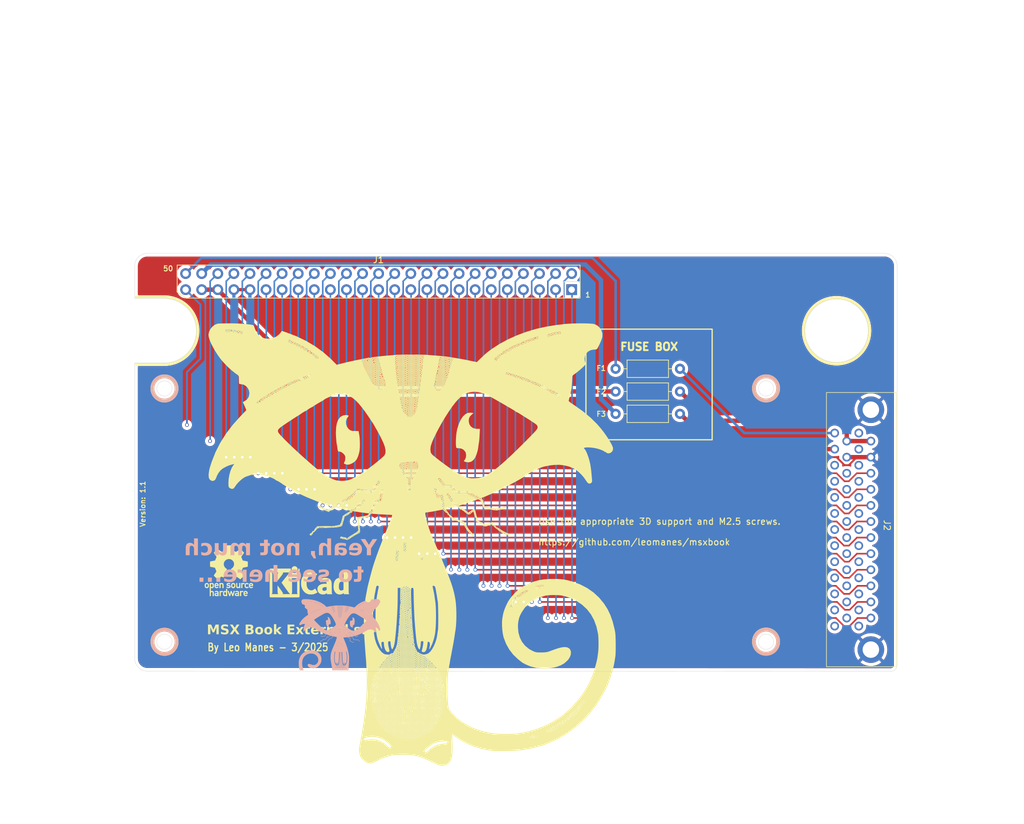
<source format=kicad_pcb>
(kicad_pcb (version 20240108) (generator "pcbnew") (generator_version "8.0")
  (layers (0 "F.Cu" signal "Top Layer") (1 "In1.Cu" signal) (2 "In2.Cu" signal) (31 "B.Cu" signal "Bottom Layer") (34 "B.Paste" user "Bottom Paste") (35 "F.Paste" user "Top Paste") (36 "B.SilkS" user "Bottom Overlay") (37 "F.SilkS" user "Top Overlay") (38 "B.Mask" user "Bottom Solder") (39 "F.Mask" user "Top Solder") (44 "Edge.Cuts" user))
  (net 0 "")
  (net 1 "GND")
  (net 2 "-12V")
  (net 3 "+12V")
  (net 4 "+5V")
  (net 5 "+5V_F")
  (net 6 "+12V_F")
  (net 7 "-12V_F")
  (net 8 "D0")
  (net 9 "SW2")
  (net 10 "A6")
  (net 11 "D4")
  (net 12 "D5")
  (net 13 "WAIT")
  (net 14 "~{RESET}")
  (net 15 "CLOCK")
  (net 16 "D6")
  (net 17 "A2")
  (net 18 "A11")
  (net 19 "RFSH")
  (net 20 "~{RD}")
  (net 21 "M1")
  (net 22 "A12")
  (net 23 "D3")
  (net 24 "A0")
  (net 25 "MERQ")
  (net 26 "SOUNDIN")
  (net 27 "A8")
  (net 28 "A1")
  (net 29 "A4")
  (net 30 "A13")
  (net 31 "A14")
  (net 32 "A7")
  (net 33 "BUSDIR")
  (net 34 "SW1")
  (net 35 "D2")
  (net 36 "D1")
  (net 37 "A3")
  (net 38 "CS12")
  (net 39 "A15")
  (net 40 "~{CS1}")
  (net 41 "IOR1")
  (net 42 "INT")
  (net 43 "A10")
  (net 44 "D7")
  (net 45 "SLTSL")
  (net 46 "WR")
  (net 47 "CS2")
  (net 48 "A5")
  (net 49 "A9")
  (net 50 "N.C_1")
  (net 51 "N.C_2")
  (footprint "Resistor_THT:R_Axial_DIN0207_L6.3mm_D2.5mm_P10.16mm_Horizontal" (layer "F.Cu") (at 174.4087 89.8228 180)
    (property "Reference" "F2" (at 12.44 -0.03 0) (layer "F.SilkS") (effects (font (size 0.8 0.8))))
    (property "Value" "Fuse")
    (pad "1" thru_hole circle (at 0 0 180) (size 1.6 1.6) (drill 0.8) (layers "*.Cu" "*.Mask") (net 5 "+5V_F"))
    (pad "2" thru_hole oval (at 10.16 0 180) (size 1.6 1.6) (drill 0.8) (layers "*.Cu" "*.Mask") (net 4 "+5V"))
  )
  (footprint "Symbol:OSHW-Logo_7.5x8mm_SilkScreen" (layer "F.Cu") (at 103.1787 118.1128)
    (property "Reference" "REF**" (hide yes))
    (property "Value" "OSHW-Logo_7.5x8mm_SilkScreen" (hide yes))
  )
  (footprint "Resistor_THT:R_Axial_DIN0207_L6.3mm_D2.5mm_P10.16mm_Horizontal" (layer "F.Cu") (at 164.2487 86.2228)
    (property "Reference" "F1" (at -2.28 -0.08 0) (layer "F.SilkS") (effects (font (size 0.8 0.8))))
    (property "Value" "Fuse")
    (pad "1" thru_hole circle (at 0 0) (size 1.6 1.6) (drill 0.8) (layers "*.Cu" "*.Mask") (net 2 "-12V"))
    (pad "2" thru_hole oval (at 10.16 0) (size 1.6 1.6) (drill 0.8) (layers "*.Cu" "*.Mask") (net 7 "-12V_F"))
  )
  (footprint "Symbol:KiCad-Logo_5mm_SilkScreen" (layer "F.Cu") (at 115.8987 120.3828)
    (property "Reference" "REF**" (hide yes))
    (property "Value" "KiCad-Logo_5mm_SilkScreen" (hide yes))
  )
  (footprint "Documents:cat" (layer "F.Cu") (at 131.3687 111.2528)
    (property "Reference" "G***" (hide yes))
    (property "Value" "LOGO" (hide yes))
  )
  (footprint "ScSI:SCSI_50_F" (layer "F.Cu") (at 198.8387 126.8728 -90)
    (property "Reference" "J2" (at -15.93 -8.27 -90) (layer "F.SilkS"))
    (property "Value" "SCSI 50 pin")
    (pad "1" thru_hole circle (at -1.29 -5.715 90) (size 1.3716 1.3716) (drill 0.8636) (layers "*.Cu" "*.Mask") (net 40 "~{CS1}"))
    (pad "2" thru_hole circle (at -0.02 -3.81 90) (size 1.3716 1.3716) (drill 0.8636) (layers "*.Cu" "*.Mask") (net 47 "CS2"))
    (pad "3" thru_hole circle (at -1.29 -1.905 90) (size 1.3716 1.3716) (drill 0.8636) (layers "*.Cu" "*.Mask") (net 38 "CS12"))
    (pad "4" thru_hole circle (at -0.02 0 90) (size 1.3716 1.3716) (drill 0.8636) (layers "*.Cu" "*.Mask") (net 45 "SLTSL"))
    (pad "5" thru_hole circle (at -3.83 -5.715 90) (size 1.3716 1.3716) (drill 0.8636) (layers "*.Cu" "*.Mask") (net 50 "N.C_1"))
    (pad "6" thru_hole circle (at -2.56 -3.81 90) (size 1.3716 1.3716) (drill 0.8636) (layers "*.Cu" "*.Mask") (net 19 "RFSH"))
    (pad "7" thru_hole circle (at -3.83 -1.905 90) (size 1.3716 1.3716) (drill 0.8636) (layers "*.Cu" "*.Mask") (net 13 "WAIT"))
    (pad "8" thru_hole circle (at -2.56 0 90) (size 1.3716 1.3716) (drill 0.8636) (layers "*.Cu" "*.Mask") (net 42 "INT"))
    (pad "9" thru_hole circle (at -6.37 -5.715 90) (size 1.3716 1.3716) (drill 0.8636) (layers "*.Cu" "*.Mask") (net 21 "M1"))
    (pad "10" thru_hole circle (at -5.1 -3.81 90) (size 1.3716 1.3716) (drill 0.8636) (layers "*.Cu" "*.Mask") (net 33 "BUSDIR"))
    (pad "11" thru_hole circle (at -6.37 -1.905 90) (size 1.3716 1.3716) (drill 0.8636) (layers "*.Cu" "*.Mask") (net 41 "IOR1"))
    (pad "12" thru_hole circle (at -5.1 0 90) (size 1.3716 1.3716) (drill 0.8636) (layers "*.Cu" "*.Mask") (net 25 "MERQ"))
    (pad "13" thru_hole circle (at -8.91 -5.715 90) (size 1.3716 1.3716) (drill 0.8636) (layers "*.Cu" "*.Mask") (net 46 "WR"))
    (pad "14" thru_hole circle (at -7.64 -3.81 90) (size 1.3716 1.3716) (drill 0.8636) (layers "*.Cu" "*.Mask") (net 20 "~{RD}"))
    (pad "15" thru_hole circle (at -8.91 -1.905 90) (size 1.3716 1.3716) (drill 0.8636) (layers "*.Cu" "*.Mask") (net 14 "~{RESET}"))
    (pad "16" thru_hole circle (at -7.64 0 90) (size 1.3716 1.3716) (drill 0.8636) (layers "*.Cu" "*.Mask") (net 51 "N.C_2"))
    (pad "17" thru_hole circle (at -11.45 -5.715 90) (size 1.3716 1.3716) (drill 0.8636) (layers "*.Cu" "*.Mask") (net 49 "A9"))
    (pad "18" thru_hole circle (at -10.18 -3.81 90) (size 1.3716 1.3716) (drill 0.8636) (layers "*.Cu" "*.Mask") (net 39 "A15"))
    (pad "19" thru_hole circle (at -11.45 -1.905 90) (size 1.3716 1.3716) (drill 0.8636) (layers "*.Cu" "*.Mask") (net 18 "A11"))
    (pad "20" thru_hole circle (at -10.18 0 90) (size 1.3716 1.3716) (drill 0.8636) (layers "*.Cu" "*.Mask") (net 43 "A10"))
    (pad "21" thru_hole circle (at -13.99 -5.715 90) (size 1.3716 1.3716) (drill 0.8636) (layers "*.Cu" "*.Mask") (net 32 "A7"))
    (pad "22" thru_hole circle (at -12.72 -3.81 90) (size 1.3716 1.3716) (drill 0.8636) (layers "*.Cu" "*.Mask") (net 10 "A6"))
    (pad "23" thru_hole circle (at -13.99 -1.905 90) (size 1.3716 1.3716) (drill 0.8636) (layers "*.Cu" "*.Mask") (net 22 "A12"))
    (pad "24" thru_hole circle (at -12.72 0 90) (size 1.3716 1.3716) (drill 0.8636) (layers "*.Cu" "*.Mask") (net 27 "A8"))
    (pad "25" thru_hole circle (at -16.53 -5.715 90) (size 1.3716 1.3716) (drill 0.8636) (layers "*.Cu" "*.Mask") (net 31 "A14"))
    (pad "26" thru_hole circle (at -15.26 -3.81 90) (size 1.3716 1.3716) (drill 0.8636) (layers "*.Cu" "*.Mask") (net 30 "A13"))
    (pad "27" thru_hole circle (at -16.53 -1.905 90) (size 1.3716 1.3716) (drill 0.8636) (layers "*.Cu" "*.Mask") (net 28 "A1"))
    (pad "28" thru_hole circle (at -15.26 0 90) (size 1.3716 1.3716) (drill 0.8636) (layers "*.Cu" "*.Mask") (net 24 "A0"))
    (pad "29" thru_hole circle (at -19.07 -5.715 90) (size 1.3716 1.3716) (drill 0.8636) (layers "*.Cu" "*.Mask") (net 37 "A3"))
    (pad "30" thru_hole circle (at -17.8 -3.81 90) (size 1.3716 1.3716) (drill 0.8636) (layers "*.Cu" "*.Mask") (net 17 "A2"))
    (pad "31" thru_hole circle (at -19.07 -1.905 90) (size 1.3716 1.3716) (drill 0.8636) (layers "*.Cu" "*.Mask") (net 48 "A5"))
    (pad "32" thru_hole circle (at -17.8 0 90) (size 1.3716 1.3716) (drill 0.8636) (layers "*.Cu" "*.Mask") (net 29 "A4"))
    (pad "33" thru_hole circle (at -21.61 -5.715 90) (size 1.3716 1.3716) (drill 0.8636) (layers "*.Cu" "*.Mask") (net 36 "D1"))
    (pad "34" thru_hole circle (at -20.34 -3.81 90) (size 1.3716 1.3716) (drill 0.8636) (layers "*.Cu" "*.Mask") (net 8 "D0"))
    (pad "35" thru_hole circle (at -21.61 -1.905 90) (size 1.3716 1.3716) (drill 0.8636) (layers "*.Cu" "*.Mask") (net 23 "D3"))
    (pad "36" thru_hole circle (at -20.34 0 90) (size 1.3716 1.3716) (drill 0.8636) (layers "*.Cu" "*.Mask") (net 35 "D2"))
    (pad "37" thru_hole circle (at -24.15 -5.715 90) (size 1.3716 1.3716) (drill 0.8636) (layers "*.Cu" "*.Mask") (net 12 "D5"))
    (pad "38" thru_hole circle (at -22.88 -3.81 90) (size 1.3716 1.3716) (drill 0.8636) (layers "*.Cu" "*.Mask") (net 11 "D4"))
    (pad "39" thru_hole circle (at -24.15 -1.905 90) (size 1.3716 1.3716) (drill 0.8636) (layers "*.Cu" "*.Mask") (net 44 "D7"))
    (pad "40" thru_hole circle (at -22.88 0 90) (size 1.3716 1.3716) (drill 0.8636) (layers "*.Cu" "*.Mask") (net 16 "D6"))
    (pad "41" thru_hole circle (at -26.69 -5.715 90) (size 1.3716 1.3716) (drill 0.8636) (layers "*.Cu" "*.Mask") (net 1 "GND"))
    (pad "42" thru_hole circle (at -25.42 -3.81 90) (size 1.3716 1.3716) (drill 0.8636) (layers "*.Cu" "*.Mask") (net 15 "CLOCK"))
    (pad "43" thru_hole circle (at -26.69 -1.905 90) (size 1.3716 1.3716) (drill 0.8636) (layers "*.Cu" "*.Mask") (net 1 "GND"))
    (pad "44" thru_hole circle (at -25.42 0 90) (size 1.3716 1.3716) (drill 0.8636) (layers "*.Cu" "*.Mask") (net 34 "SW1"))
    (pad "45" thru_hole circle (at -29.23 -5.715 90) (size 1.3716 1.3716) (drill 0.8636) (layers "*.Cu" "*.Mask") (net 5 "+5V_F"))
    (pad "46" thru_hole circle (at -27.96 -3.81 90) (size 1.3716 1.3716) (drill 0.8636) (layers "*.Cu" "*.Mask") (net 9 "SW2"))
    (pad "47" thru_hole circle (at -29.23 -1.905 90) (size 1.3716 1.3716) (drill 0.8636) (layers "*.Cu" "*.Mask") (net 5 "+5V_F"))
    (pad "48" thru_hole circle (at -27.96 0 90) (size 1.3716 1.3716) (drill 0.8636) (layers "*.Cu" "*.Mask") (net 6 "+12V_F"))
    (pad "49" thru_hole circle (at -30.5 -3.81 90) (size 1.3716 1.3716) (drill 0.8636) (layers "*.Cu" "*.Mask") (net 26 "SOUNDIN"))
    (pad "50" thru_hole circle (at -30.5 0 90) (size 1.3716 1.3716) (drill 0.8636) (layers "*.Cu" "*.Mask") (net 7 "-12V_F"))
    (pad "51" thru_hole circle (at 3.7 -5.715 90) (size 4.2 4.2) (drill 2.6) (layers "*.Cu" "*.Mask") (net 1 "GND"))
    (pad "52" thru_hole circle (at -34.18 -5.715 90) (size 4.2 4.2) (drill 2.6) (layers "*.Cu" "*.Mask") (net 1 "GND"))
  )
  (footprint "Documents:PinHeader_2x25_P2.54mm_Vertical_trimmed_2" (layer "F.Cu") (at 157.3087 71.1928 -90)
    (property "Reference" "J1" (hide yes))
    (property "Value" "2x25 pin header" (hide yes))
    (fp_text user "${REFERENCE}" (at -2.17 30.51 0) (layer "F.SilkS"))
    (pad "1" thru_hole rect (at 2.54 0 270) (size 1.7 1.7) (drill 1) (layers "*.Cu" "*.Mask") (net 40 "~{CS1}"))
    (pad "2" thru_hole oval (at 0 0 270) (size 1.7 1.7) (drill 1) (layers "*.Cu" "*.Mask") (net 47 "CS2"))
    (pad "3" thru_hole oval (at 2.54 2.54 270) (size 1.7 1.7) (drill 1) (layers "*.Cu" "*.Mask") (net 38 "CS12"))
    (pad "4" thru_hole oval (at 0 2.54 270) (size 1.7 1.7) (drill 1) (layers "*.Cu" "*.Mask") (net 45 "SLTSL"))
    (pad "5" thru_hole oval (at 2.54 5.08 270) (size 1.7 1.7) (drill 1) (layers "*.Cu" "*.Mask") (net 50 "N.C_1"))
    (pad "6" thru_hole oval (at 0 5.08 270) (size 1.7 1.7) (drill 1) (layers "*.Cu" "*.Mask") (net 19 "RFSH"))
    (pad "7" thru_hole oval (at 2.54 7.62 270) (size 1.7 1.7) (drill 1) (layers "*.Cu" "*.Mask") (net 13 "WAIT"))
    (pad "8" thru_hole oval (at 0 7.62 270) (size 1.7 1.7) (drill 1) (layers "*.Cu" "*.Mask") (net 42 "INT"))
    (pad "9" thru_hole oval (at 2.54 10.16 270) (size 1.7 1.7) (drill 1) (layers "*.Cu" "*.Mask") (net 21 "M1"))
    (pad "10" thru_hole oval (at 0 10.16 270) (size 1.7 1.7) (drill 1) (layers "*.Cu" "*.Mask") (net 33 "BUSDIR"))
    (pad "11" thru_hole oval (at 2.54 12.7 270) (size 1.7 1.7) (drill 1) (layers "*.Cu" "*.Mask") (net 41 "IOR1"))
    (pad "12" thru_hole oval (at 0 12.7 270) (size 1.7 1.7) (drill 1) (layers "*.Cu" "*.Mask") (net 25 "MERQ"))
    (pad "13" thru_hole oval (at 2.54 15.24 270) (size 1.7 1.7) (drill 1) (layers "*.Cu" "*.Mask") (net 46 "WR"))
    (pad "14" thru_hole oval (at 0 15.24 270) (size 1.7 1.7) (drill 1) (layers "*.Cu" "*.Mask") (net 20 "~{RD}"))
    (pad "15" thru_hole oval (at 2.54 17.78 270) (size 1.7 1.7) (drill 1) (layers "*.Cu" "*.Mask") (net 14 "~{RESET}"))
    (pad "16" thru_hole oval (at 0 17.78 270) (size 1.7 1.7) (drill 1) (layers "*.Cu" "*.Mask") (net 51 "N.C_2"))
    (pad "17" thru_hole oval (at 2.54 20.32 270) (size 1.7 1.7) (drill 1) (layers "*.Cu" "*.Mask") (net 49 "A9"))
    (pad "18" thru_hole oval (at 0 20.32 270) (size 1.7 1.7) (drill 1) (layers "*.Cu" "*.Mask") (net 39 "A15"))
    (pad "19" thru_hole oval (at 2.54 22.86 270) (size 1.7 1.7) (drill 1) (layers "*.Cu" "*.Mask") (net 18 "A11"))
    (pad "20" thru_hole oval (at 0 22.86 270) (size 1.7 1.7) (drill 1) (layers "*.Cu" "*.Mask") (net 43 "A10"))
    (pad "21" thru_hole oval (at 2.54 25.4 270) (size 1.7 1.7) (drill 1) (layers "*.Cu" "*.Mask") (net 32 "A7"))
    (pad "22" thru_hole oval (at 0 25.4 270) (size 1.7 1.7) (drill 1) (layers "*.Cu" "*.Mask") (net 10 "A6"))
    (pad "23" thru_hole oval (at 2.54 27.94 270) (size 1.7 1.7) (drill 1) (layers "*.Cu" "*.Mask") (net 22 "A12"))
    (pad "24" thru_hole oval (at 0 27.94 270) (size 1.7 1.7) (drill 1) (layers "*.Cu" "*.Mask") (net 27 "A8"))
    (pad "25" thru_hole oval (at 2.54 30.48 270) (size 1.7 1.7) (drill 1) (layers "*.Cu" "*.Mask") (net 31 "A14"))
    (pad "26" thru_hole oval (at 0 30.48 270) (size 1.7 1.7) (drill 1) (layers "*.Cu" "*.Mask") (net 30 "A13"))
    (pad "27" thru_hole oval (at 2.54 33.02 270) (size 1.7 1.7) (drill 1) (layers "*.Cu" "*.Mask") (net 28 "A1"))
    (pad "28" thru_hole oval (at 0 33.02 270) (size 1.7 1.7) (drill 1) (layers "*.Cu" "*.Mask") (net 24 "A0"))
    (pad "29" thru_hole oval (at 2.54 35.56 270) (size 1.7 1.7) (drill 1) (layers "*.Cu" "*.Mask") (net 37 "A3"))
    (pad "30" thru_hole oval (at 0 35.56 270) (size 1.7 1.7) (drill 1) (layers "*.Cu" "*.Mask") (net 17 "A2"))
    (pad "31" thru_hole oval (at 2.54 38.1 270) (size 1.7 1.7) (drill 1) (layers "*.Cu" "*.Mask") (net 48 "A5"))
    (pad "32" thru_hole oval (at 0 38.1 270) (size 1.7 1.7) (drill 1) (layers "*.Cu" "*.Mask") (net 29 "A4"))
    (pad "33" thru_hole oval (at 2.54 40.64 270) (size 1.7 1.7) (drill 1) (layers "*.Cu" "*.Mask") (net 36 "D1"))
    (pad "34" thru_hole oval (at 0 40.64 270) (size 1.7 1.7) (drill 1) (layers "*.Cu" "*.Mask") (net 8 "D0"))
    (pad "35" thru_hole oval (at 2.54 43.18 270) (size 1.7 1.7) (drill 1) (layers "*.Cu" "*.Mask") (net 23 "D3"))
    (pad "36" thru_hole oval (at 0 43.18 270) (size 1.7 1.7) (drill 1) (layers "*.Cu" "*.Mask") (net 35 "D2"))
    (pad "37" thru_hole oval (at 2.54 45.72 270) (size 1.7 1.7) (drill 1) (layers "*.Cu" "*.Mask") (net 12 "D5"))
    (pad "38" thru_hole oval (at 0 45.72 270) (size 1.7 1.7) (drill 1) (layers "*.Cu" "*.Mask") (net 11 "D4"))
    (pad "39" thru_hole oval (at 2.54 48.26 270) (size 1.7 1.7) (drill 1) (layers "*.Cu" "*.Mask") (net 44 "D7"))
    (pad "40" thru_hole oval (at 0 48.26 270) (size 1.7 1.7) (drill 1) (layers "*.Cu" "*.Mask") (net 16 "D6"))
    (pad "41" thru_hole oval (at 2.54 50.8 270) (size 1.7 1.7) (drill 1) (layers "*.Cu" "*.Mask") (net 1 "GND"))
    (pad "42" thru_hole oval (at 0 50.8 270) (size 1.7 1.7) (drill 1) (layers "*.Cu" "*.Mask") (net 15 "CLOCK"))
    (pad "43" thru_hole oval (at 2.54 53.34 270) (size 1.7 1.7) (drill 1) (layers "*.Cu" "*.Mask") (net 1 "GND"))
    (pad "44" thru_hole oval (at 0 53.34 270) (size 1.7 1.7) (drill 1) (layers "*.Cu" "*.Mask") (net 34 "SW1"))
    (pad "45" thru_hole oval (at 2.54 55.88 270) (size 1.7 1.7) (drill 1) (layers "*.Cu" "*.Mask") (net 4 "+5V"))
    (pad "46" thru_hole oval (at 0 55.88 270) (size 1.7 1.7) (drill 1) (layers "*.Cu" "*.Mask") (net 9 "SW2"))
    (pad "47" thru_hole oval (at 2.54 58.42 270) (size 1.7 1.7) (drill 1) (layers "*.Cu" "*.Mask") (net 4 "+5V"))
    (pad "48" thru_hole oval (at 0 58.42 270) (size 1.7 1.7) (drill 1) (layers "*.Cu" "*.Mask") (net 3 "+12V"))
    (pad "49" thru_hole oval (at 2.54 60.96 270) (size 1.7 1.7) (drill 1) (layers "*.Cu" "*.Mask") (net 26 "SOUNDIN"))
    (pad "50" thru_hole oval (at 0 60.96 270) (size 1.7 1.7) (drill 1) (layers "*.Cu" "*.Mask") (net 2 "-12V"))
  )
  (footprint "Resistor_THT:R_Axial_DIN0207_L6.3mm_D2.5mm_P10.16mm_Horizontal" (layer "F.Cu") (at 174.4087 93.3428 180)
    (property "Reference" "F3" (at 12.44 -0.03 0) (layer "F.SilkS") (effects (font (size 0.8 0.8))))
    (property "Value" "Fuse")
    (pad "1" thru_hole circle (at 0 0 180) (size 1.6 1.6) (drill 0.8) (layers "*.Cu" "*.Mask") (net 6 "+12V_F"))
    (pad "2" thru_hole oval (at 10.16 0 180) (size 1.6 1.6) (drill 0.8) (layers "*.Cu" "*.Mask") (net 3 "+12V"))
  )
  (footprint "Documents:cat_cut15" (layer "B.Cu") (at 120.787167 127.404069 180)
    (property "Reference" "G***" (hide yes))
    (property "Value" "LOGO" (hide yes))
  )
  (gr_circle (center 93.0187 129.3328) (end 91.109966 129.3328) (stroke (width 0.6)) (fill none) (layer "B.SilkS"))
  (gr_circle (center 188.0011 129.3328) (end 186.092366 129.3328) (stroke (width 0.6)) (fill none) (layer "B.SilkS"))
  (gr_circle (center 93.0087 89.3328) (end 91.099966 89.3328) (stroke (width 0.6)) (fill none) (layer "B.SilkS"))
  (gr_circle (center 188.0011 89.324066) (end 186.092366 89.324066) (stroke (width 0.6)) (fill none) (layer "B.SilkS"))
  (gr_circle (center 188.0011 129.304066) (end 189.909834 129.304066) (stroke (width 0.6)) (fill none) (layer "F.SilkS"))
  (gr_circle (center 188.0011 89.324066) (end 189.909834 89.324066) (stroke (width 0.6)) (fill none) (layer "F.SilkS"))
  (gr_arc (start 92.928398 74.882801) (mid 98.269022 80.182602) (end 92.988791 85.542576) (stroke (width 0.4)) (layer "F.SilkS"))
  (gr_line (start 92.928398 74.882801) (end 88.5387 74.8828) (stroke (width 0.4)) (layer "F.SilkS"))
  (gr_line (start 92.9887 85.5328) (end 88.5287 85.5328) (stroke (width 0.4)) (layer "F.SilkS"))
  (gr_circle (center 93.0187 129.3328) (end 94.927434 129.3328) (stroke (width 0.6)) (fill none) (layer "F.SilkS"))
  (gr_rect (start 159.5637 79.9628) (end 179.4937 97.4328) (stroke (width 0.2)) (fill none) (layer "F.SilkS"))
  (gr_circle (center 199.1391 80.2128) (end 204.3687 80.2228) (stroke (width 0.4)) (fill none) (layer "F.SilkS"))
  (gr_circle (center 93.0087 89.3328) (end 94.917434 89.3328) (stroke (width 0.6)) (fill none) (layer "F.SilkS"))
  (gr_arc (start 88.3011 70.0036) (mid 88.886886 68.589386) (end 90.3011 68.0036) (stroke (width 0.05)) (layer "Edge.Cuts"))
  (gr_line (start 208.698738 133.003292) (end 208.7011 70.0036) (stroke (width 0.05)) (layer "Edge.Cuts"))
  (gr_line (start 92.9387 85.3028) (end 88.3087 85.3028) (stroke (width 0.05)) (layer "Edge.Cuts"))
  (gr_circle (center 93.0011 129.3328) (end 94.2011 129.3328) (stroke (width 0.05)) (fill none) (layer "Edge.Cuts"))
  (gr_arc (start 92.9387 75.1228) (mid 98.0291 80.2128) (end 92.9387 85.3028) (stroke (width 0.05)) (layer "Edge.Cuts"))
  (gr_circle (center 93.0087 89.3328) (end 94.2087 89.3328) (stroke (width 0.05)) (fill none) (layer "Edge.Cuts"))
  (gr_line (start 92.9387 75.1228) (end 88.2987 75.1228) (stroke (width 0.05)) (layer "Edge.Cuts"))
  (gr_circle (center 199.1391 80.2128) (end 204.1391 80.2128) (stroke (width 0.05)) (fill none) (layer "Edge.Cuts"))
  (gr_arc (start 208.698738 133.003292) (mid 208.40571 133.710497) (end 207.698393 134.003255) (stroke (width 0.05)) (layer "Edge.Cuts"))
  (gr_arc (start 206.7011 68.0036) (mid 208.115314 68.589386) (end 208.7011 70.0036) (stroke (width 0.05)) (layer "Edge.Cuts"))
  (gr_line (start 88.3187 131.9628) (end 88.3087 85.3028) (stroke (width 0.05)) (layer "Edge.Cuts"))
  (gr_line (start 88.2987 75.1228) (end 88.3011 70.0036) (stroke (width 0.05)) (layer "Edge.Cuts"))
  (gr_circle (center 188.0011 89.324066) (end 189.2011 89.324066) (stroke (width 0.05)) (fill none) (layer "Edge.Cuts"))
  (gr_line (start 90.3187 133.9628) (end 207.698393 134.003255) (stroke (width 0.05)) (layer "Edge.Cuts"))
  (gr_line (start 206.7011 68.0036) (end 90.3011 68.0036) (stroke (width 0.05)) (layer "Edge.Cuts"))
  (gr_arc (start 90.3187 133.9628) (mid 88.904486 133.377014) (end 88.3187 131.9628) (stroke (width 0.05)) (layer "Edge.Cuts"))
  (gr_circle (center 188.0011 129.324066) (end 189.2011 129.324066) (stroke (width 0.05)) (fill none) (layer "Edge.Cuts"))
  (gr_text "Yeah, not much\nto see here..." (at 111.3287 120.2928 0) (layer "B.SilkS") (effects (font (size 2.5 2.5) (thickness 0.3) (bold yes)) (justify bottom mirror)))
  (gr_text "Version: 1.1" (at 90.0487 111.2928 90) (layer "F.SilkS") (effects (font (size 0.8 0.8) (thickness 0.15) (bold yes)) (justify left bottom)))
  (gr_text "1" (at 159.3787 75.0228 0) (layer "F.SilkS") (effects (font (size 0.8 0.8)) (justify left bottom)))
  (gr_text "MSX Book External slot\n" (at 99.6887 128.4028 0) (layer "F.SilkS") (effects (font (size 1.5 1.5) (thickness 0.3) (bold yes)) (justify left bottom)))
  (gr_text "Use the appropriate 3D support and M2.5 screws.\n" (at 151.9587 110.9228 0) (layer "F.SilkS") (effects (font (size 1 1)) (justify left bottom)))
  (gr_text "50" (at 92.7287 70.8728 0) (layer "F.SilkS") (effects (font (size 0.8 0.8)) (justify left bottom)))
  (gr_text "By Leo Manes - 3/2025" (at 99.6887 130.9028 0) (layer "F.SilkS") (effects (font (size 1.2 1) (thickness 0.2) (bold yes)) (justify left bottom)))
  (gr_text "FUSE BOX" (at 164.8287 83.4428 0) (layer "F.SilkS") (effects (font (size 1.2 1.2) (thickness 0.3) (bold yes)) (justify left bottom)))
  (gr_text "https://github.com/leomanes/msxbook" (at 151.9687 114.1728 0) (layer "F.SilkS") (effects (font (size 1 1)) (justify left bottom)))
  (segment (start 199.129877 100.1788) (end 200.399877 101.4488) (width 0.3) (layer "F.Cu") (net 1))
  (segment (start 200.399877 101.4488) (end 201.063937 101.4488) (width 0.3) (layer "F.Cu") (net 1))
  (segment (start 204.5537 100.1828) (end 200.7437 100.1828) (width 0.7) (layer "F.Cu") (net 1))
  (segment (start 201.063937 101.4488) (end 202.331937 100.1808) (width 0.3) (layer "F.Cu") (net 1))
  (segment (start 107.83648 100.1788) (end 199.129877 100.1788) (width 0.3) (layer "F.Cu") (net 1))
  (segment (start 107.83448 100.1808) (end 106.56448 100.1808) (width 0.254) (layer "F.Cu") (net 1))
  (via (at 106.56448 100.1808) (size 0.6) (drill 0.4) (layers "F.Cu" "B.Cu") (net 1))
  (via (at 104.0331 100.1788) (size 0.6) (drill 0.4) (layers "F.Cu" "B.Cu") (net 1))
  (segment (start 106.5087 73.7328) (end 106.5087 100.12502) (width 0.254) (layer "B.Cu") (net 1))
  (segment (start 106.5087 100.12502) (end 106.56448 100.1808) (width 0.254) (layer "B.Cu") (net 1))
  (segment (start 103.9687 100.1144) (end 104.0331 100.1788) (width 0.254) (layer "B.Cu") (net 1))
  (segment (start 103.9687 73.7328) (end 103.9687 100.1144) (width 0.254) (layer "B.Cu") (net 1))
  (segment (start 164.2587 86.2128) (end 164.2587 72.3928) (width 0.4) (layer "B.Cu") (net 2))
  (segment (start 164.2487 86.2228) (end 164.2587 86.2128) (width 0.4) (layer "B.Cu") (net 2))
  (segment (start 98.8379 68.7036) (end 96.3487 71.1928) (width 0.4) (layer "B.Cu") (net 2))
  (segment (start 160.5695 68.7036) (end 98.8379 68.7036) (width 0.4) (layer "B.Cu") (net 2))
  (segment (start 164.2587 72.3928) (end 160.5695 68.7036) (width 0.4) (layer "B.Cu") (net 2))
  (segment (start 164.2487 93.3428) (end 164.2487 93.2928) (width 0.7) (layer "B.Cu") (net 3))
  (segment (start 162.0087 91.0528) (end 161.9387 91.0528) (width 0.7) (layer "B.Cu") (net 3))
  (segment (start 161.9387 72.2328) (end 159.4701 69.7642) (width 0.7) (layer "B.Cu") (net 3))
  (segment (start 161.9387 91.0528) (end 161.9387 72.2328) (width 0.7) (layer "B.Cu") (net 3))
  (segment (start 159.4701 69.7642) (end 100.3173 69.7642) (width 0.7) (layer "B.Cu") (net 3))
  (segment (start 164.2487 93.2928) (end 162.0087 91.0528) (width 0.7) (layer "B.Cu") (net 3))
  (segment (start 100.3173 69.7642) (end 98.8887 71.1928) (width 0.7) (layer "B.Cu") (net 3))
  (segment (start 117.4987 89.8028) (end 164.2287 89.8028) (width 0.7) (layer "F.Cu") (net 4))
  (segment (start 98.8887 73.7328) (end 101.4287 73.7328) (width 0.7) (layer "F.Cu") (net 4))
  (segment (start 164.2287 89.8028) (end 164.2487 89.8228) (width 0.7) (layer "F.Cu") (net 4))
  (segment (start 101.4287 73.7328) (end 117.4987 89.8028) (width 0.7) (layer "F.Cu") (net 4))
  (segment (start 200.7437 95.5078) (end 200.7437 97.6428) (width 0.7) (layer "F.Cu") (net 5))
  (segment (start 179.0487 94.4328) (end 199.6687 94.4328) (width 0.7) (layer "F.Cu") (net 5))
  (segment (start 174.4087 89.8228) (end 174.4387 89.8228) (width 0.7) (layer "F.Cu") (net 5))
  (segment (start 199.6687 94.4328) (end 200.7437 95.5078) (width 0.7) (layer "F.Cu") (net 5))
  (segment (start 200.7437 97.6428) (end 204.5537 97.6428) (width 0.7) (layer "F.Cu") (net 5))
  (segment (start 174.4387 89.8228) (end 179.0487 94.4328) (width 0.7) (layer "F.Cu") (net 5))
  (segment (start 174.4087 93.3428) (end 174.4587 93.3428) (width 0.7) (layer "F.Cu") (net 6))
  (segment (start 174.4587 93.3428) (end 180.0287 98.9128) (width 0.7) (layer "F.Cu") (net 6))
  (segment (start 180.0287 98.9128) (end 198.8387 98.9128) (width 0.7) (layer "F.Cu") (net 6))
  (segment (start 184.5687 96.3728) (end 198.8387 96.3728) (width 0.4) (layer "B.Cu") (net 7))
  (segment (start 174.4187 86.2228) (end 184.5687 96.3728) (width 0.4) (layer "B.Cu") (net 7))
  (segment (start 174.4087 86.2228) (end 174.4187 86.2228) (width 0.4) (layer "B.Cu") (net 7))
  (via (at 115.43692 105.2608) (size 0.6) (drill 0.4) (layers "F.Cu" "B.Cu") (net 8))
  (segment (start 115.4631 105.23462) (end 115.43692 105.2608) (width 0.254) (layer "B.Cu") (net 8))
  (segment (start 116.6687 71.1928) (end 115.4631 72.3984) (width 0.254) (layer "B.Cu") (net 8))
  (segment (start 115.4631 72.3984) (end 115.4631 105.23462) (width 0.254) (layer "B.Cu") (net 8))
  (via (at 100.2057 97.6408) (size 0.6) (drill 0.4) (layers "F.Cu" "B.Cu") (net 9))
  (segment (start 100.2231 72.3984) (end 101.4287 71.1928) (width 0.254) (layer "B.Cu") (net 9))
  (segment (start 100.2231 97.6408) (end 100.2231 72.3984) (width 0.254) (layer "B.Cu") (net 9))
  (via (at 130.6857 112.8808) (size 0.6) (drill 0.4) (layers "F.Cu" "B.Cu") (net 10))
  (segment (start 130.7031 72.3984) (end 130.7031 74.232176) (width 0.254) (layer "B.Cu") (net 10))
  (segment (start 130.6857 74.249576) (end 130.6857 112.8808) (width 0.254) (layer "B.Cu") (net 10))
  (segment (start 131.9087 71.1928) (end 130.7031 72.3984) (width 0.254) (layer "B.Cu") (net 10))
  (segment (start 130.7031 74.232176) (end 130.6857 74.249576) (width 0.254) (layer "B.Cu") (net 10))
  (via (at 110.35692 102.7208) (size 0.6) (drill 0.4) (layers "F.Cu" "B.Cu") (net 11))
  (segment (start 110.35692 72.42458) (end 110.35692 102.7208) (width 0.254) (layer "B.Cu") (net 11))
  (segment (start 111.5887 71.1928) (end 110.35692 72.42458) (width 0.254) (layer "B.Cu") (net 11))
  (segment (start 199.129877 102.7188) (end 200.399877 103.9888) (width 0.254) (layer "F.Cu") (net 12))
  (segment (start 111.62892 102.7188) (end 199.129877 102.7188) (width 0.254) (layer "F.Cu") (net 12))
  (segment (start 201.063937 103.9888) (end 202.331937 102.7208) (width 0.254) (layer "F.Cu") (net 12))
  (segment (start 111.62692 102.7208) (end 111.62892 102.7188) (width 0.254) (layer "F.Cu") (net 12))
  (segment (start 200.399877 103.9888) (end 201.063937 103.9888) (width 0.254) (layer "F.Cu") (net 12))
  (segment (start 202.331937 102.7208) (end 204.446937 102.7208) (width 0.254) (layer "F.Cu") (net 12))
  (via (at 111.62692 102.7208) (size 0.6) (drill 0.4) (layers "F.Cu" "B.Cu") (net 12))
  (segment (start 111.5887 102.68258) (end 111.62692 102.7208) (width 0.254) (layer "B.Cu") (net 12))
  (segment (start 111.5887 73.7328) (end 111.5887 102.68258) (width 0.254) (layer "B.Cu") (net 12))
  (via (at 149.7357 123.0428) (size 0.6) (drill 0.4) (layers "F.Cu" "B.Cu") (net 13))
  (segment (start 149.7357 73.7798) (end 149.6887 73.7328) (width 0.254) (layer "B.Cu") (net 13))
  (segment (start 149.7357 123.0428) (end 149.7357 73.7798) (width 0.254) (layer "B.Cu") (net 13))
  (via (at 139.56692 117.9608) (size 0.6) (drill 0.4) (layers "F.Cu" "B.Cu") (net 14))
  (segment (start 139.5287 117.92258) (end 139.5287 73.7328) (width 0.254) (layer "B.Cu") (net 14))
  (segment (start 139.56692 117.9608) (end 139.5287 117.92258) (width 0.254) (layer "B.Cu") (net 14))
  (via (at 105.2857 100.1808) (size 0.6) (drill 0.4) (layers "F.Cu" "B.Cu") (net 15))
  (segment (start 105.3031 72.3984) (end 106.5087 71.1928) (width 0.254) (layer "B.Cu") (net 15))
  (segment (start 105.3031 100.1634) (end 105.3031 72.3984) (width 0.254) (layer "B.Cu") (net 15))
  (segment (start 105.2857 100.1808) (end 105.3031 100.1634) (width 0.254) (layer "B.Cu") (net 15))
  (via (at 107.81692 102.7208) (size 0.6) (drill 0.4) (layers "F.Cu" "B.Cu") (net 16))
  (segment (start 109.0487 71.1928) (end 107.81692 72.42458) (width 0.254) (layer "B.Cu") (net 16))
  (segment (start 107.81692 72.42458) (end 107.81692 102.7208) (width 0.254) (layer "B.Cu") (net 16))
  (via (at 120.51692 107.7988) (size 0.6) (drill 0.4) (layers "F.Cu" "B.Cu") (net 17))
  (segment (start 120.5431 72.3984) (end 120.5431 107.77262) (width 0.254) (layer "B.Cu") (net 17))
  (segment (start 121.7487 71.1928) (end 120.5431 72.3984) (width 0.254) (layer "B.Cu") (net 17))
  (segment (start 120.5431 107.77262) (end 120.51692 107.7988) (width 0.254) (layer "B.Cu") (net 17))
  (via (at 134.5131 115.4188) (size 0.6) (drill 0.4) (layers "F.Cu" "B.Cu") (net 18))
  (segment (start 134.5131 73.5396) (end 134.5131 115.4188) (width 0.254) (layer "B.Cu") (net 18))
  (via (at 151.0057 123.0428) (size 0.6) (drill 0.4) (layers "F.Cu" "B.Cu") (net 19))
  (segment (start 151.0057 123.0428) (end 150.995224 123.032324) (width 0.254) (layer "B.Cu") (net 19))
  (segment (start 150.995224 123.032324) (end 150.995224 72.426276) (width 0.254) (layer "B.Cu") (net 19))
  (segment (start 150.995224 72.426276) (end 152.2287 71.1928) (width 0.254) (layer "B.Cu") (net 19))
  (via (at 140.83692 117.9608) (size 0.6) (drill 0.4) (layers "F.Cu" "B.Cu") (net 20))
  (segment (start 140.806921 72.454579) (end 142.0687 71.1928) (width 0.254) (layer "B.Cu") (net 20))
  (segment (start 140.806921 117.930801) (end 140.806921 72.454579) (width 0.254) (layer "B.Cu") (net 20))
  (segment (start 140.83692 117.9608) (end 140.806921 117.930801) (width 0.254) (layer "B.Cu") (net 20))
  (segment (start 147.1957 120.5008) (end 199.039463 120.5008) (width 0.254) (layer "F.Cu") (net 21))
  (segment (start 202.4387 120.5028) (end 204.5537 120.5028) (width 0.254) (layer "F.Cu") (net 21))
  (segment (start 201.1707 121.7708) (end 202.4387 120.5028) (width 0.254) (layer "F.Cu") (net 21))
  (segment (start 199.039463 120.5008) (end 200.309463 121.7708) (width 0.254) (layer "F.Cu") (net 21))
  (segment (start 200.309463 121.7708) (end 201.1707 121.7708) (width 0.254) (layer "F.Cu") (net 21))
  (via (at 147.1957 120.5008) (size 0.6) (drill 0.4) (layers "F.Cu" "B.Cu") (net 21))
  (segment (start 147.1487 120.46258) (end 147.1487 73.7328) (width 0.254) (layer "B.Cu") (net 21))
  (segment (start 147.18692 120.5008) (end 147.1487 120.46258) (width 0.254) (layer "B.Cu") (net 21))
  (via (at 129.4157 112.8808) (size 0.6) (drill 0.4) (layers "F.Cu" "B.Cu") (net 22))
  (segment (start 129.4157 112.8808) (end 129.3587 112.8238) (width 0.254) (layer "B.Cu") (net 22))
  (segment (start 129.3587 112.8238) (end 129.3587 73.7428) (width 0.254) (layer "B.Cu") (net 22))
  (segment (start 129.3587 73.7428) (end 129.3687 73.7328) (width 0.254) (layer "B.Cu") (net 22))
  (via (at 114.18432 105.2588) (size 0.6) (drill 0.4) (layers "F.Cu" "B.Cu") (net 23))
  (segment (start 114.1287 105.20318) (end 114.18432 105.2588) (width 0.254) (layer "B.Cu") (net 23))
  (segment (start 114.1287 73.7328) (end 114.1287 105.20318) (width 0.254) (layer "B.Cu") (net 23))
  (via (at 123.05692 110.3368) (size 0.6) (drill 0.4) (layers "F.Cu" "B.Cu") (net 24))
  (segment (start 123.0831 72.3984) (end 123.0831 110.31062) (width 0.254) (layer "B.Cu") (net 24))
  (segment (start 124.2887 71.1928) (end 123.0831 72.3984) (width 0.254) (layer "B.Cu") (net 24))
  (segment (start 123.0831 110.31062) (end 123.05692 110.3368) (width 0.254) (layer "B.Cu") (net 24))
  (via (at 143.37692 120.4988) (size 0.6) (drill 0.4) (layers "F.Cu" "B.Cu") (net 25))
  (segment (start 143.380437 120.495283) (end 143.37692 120.4988) (width 0.254) (layer "B.Cu") (net 25))
  (segment (start 144.6087 71.1928) (end 143.380437 72.421063) (width 0.254) (layer "B.Cu") (net 25))
  (segment (start 143.380437 72.421063) (end 143.380437 120.495283) (width 0.254) (layer "B.Cu") (net 25))
  (via (at 96.5587 95.0928) (size 0.6) (drill 0.4) (layers "F.Cu" "B.Cu") (net 26))
  (segment (start 96.5587 95.0928) (end 96.5587 86.7528) (width 0.3) (layer "B.Cu") (net 26))
  (segment (start 96.5587 86.7528) (end 98.6874 84.6241) (width 0.3) (layer "B.Cu") (net 26))
  (segment (start 98.6874 76.0715) (end 96.3487 73.7328) (width 0.3) (layer "B.Cu") (net 26))
  (segment (start 98.6874 84.6241) (end 98.6874 76.0715) (width 0.3) (layer "B.Cu") (net 26))
  (via (at 128.1457 112.8808) (size 0.6) (drill 0.4) (layers "F.Cu" "B.Cu") (net 27))
  (segment (start 129.3687 71.1928) (end 128.1631 72.3984) (width 0.254) (layer "B.Cu") (net 27))
  (segment (start 128.1631 112.8634) (end 128.1457 112.8808) (width 0.254) (layer "B.Cu") (net 27))
  (segment (start 128.1631 72.3984) (end 128.1631 112.8634) (width 0.254) (layer "B.Cu") (net 27))
  (via (at 124.34432 110.3368) (size 0.6) (drill 0.4) (layers "F.Cu" "B.Cu") (net 28))
  (segment (start 124.2887 110.28118) (end 124.34432 110.3368) (width 0.254) (layer "B.Cu") (net 28))
  (segment (start 124.2887 73.8268) (end 124.2887 110.28118) (width 0.254) (layer "B.Cu") (net 28))
  (via (at 117.97692 107.7988) (size 0.6) (drill 0.4) (layers "F.Cu" "B.Cu") (net 29))
  (segment (start 118.0031 72.3984) (end 118.0031 107.77262) (width 0.254) (layer "B.Cu") (net 29))
  (segment (start 119.2087 71.1928) (end 118.0031 72.3984) (width 0.254) (layer "B.Cu") (net 29))
  (segment (start 118.0031 107.77262) (end 117.97692 107.7988) (width 0.254) (layer "B.Cu") (net 29))
  (via (at 125.59692 110.3388) (size 0.6) (drill 0.4) (layers "F.Cu" "B.Cu") (net 30))
  (segment (start 125.5887 110.33058) (end 125.5887 72.4328) (width 0.254) (layer "B.Cu") (net 30))
  (segment (start 125.59692 110.3388) (end 125.5887 110.33058) (width 0.254) (layer "B.Cu") (net 30))
  (segment (start 125.5887 72.4328) (end 126.8287 71.1928) (width 0.254) (layer "B.Cu") (net 30))
  (segment (start 126.8757 110.3388) (end 126.8777 110.3408) (width 0.254) (layer "F.Cu") (net 31))
  (segment (start 199.153318 110.3408) (end 200.423318 111.6108) (width 0.254) (layer "F.Cu") (net 31))
  (segment (start 200.423318 111.6108) (end 201.087378 111.6108) (width 0.254) (layer "F.Cu") (net 31))
  (segment (start 202.355378 110.3428) (end 204.470378 110.3428) (width 0.254) (layer "F.Cu") (net 31))
  (segment (start 126.8777 110.3408) (end 199.153318 110.3408) (width 0.254) (layer "F.Cu") (net 31))
  (segment (start 201.087378 111.6108) (end 202.355378 110.3428) (width 0.254) (layer "F.Cu") (net 31))
  (via (at 126.8757 110.3388) (size 0.6) (drill 0.4) (layers "F.Cu" "B.Cu") (net 31))
  (segment (start 126.8287 110.2918) (end 126.8287 73.7328) (width 0.254) (layer "B.Cu") (net 31))
  (segment (start 126.8757 110.3388) (end 126.8287 110.2918) (width 0.254) (layer "B.Cu") (net 31))
  (segment (start 201.0897 114.1488) (end 202.3577 112.8808) (width 0.254) (layer "F.Cu") (net 32))
  (segment (start 202.3577 112.8808) (end 204.4727 112.8808) (width 0.254) (layer "F.Cu") (net 32))
  (segment (start 199.039463 112.8808) (end 200.307463 114.1488) (width 0.254) (layer "F.Cu") (net 32))
  (segment (start 131.9557 112.8808) (end 199.039463 112.8808) (width 0.254) (layer "F.Cu") (net 32))
  (segment (start 200.307463 114.1488) (end 201.0897 114.1488) (width 0.254) (layer "F.Cu") (net 32))
  (via (at 131.9557 112.8808) (size 0.6) (drill 0.4) (layers "F.Cu" "B.Cu") (net 32))
  (segment (start 131.9557 112.8808) (end 131.9557 73.7798) (width 0.254) (layer "B.Cu") (net 32))
  (segment (start 131.9557 73.7798) (end 131.9087 73.7328) (width 0.254) (layer "B.Cu") (net 32))
  (via (at 145.91692 120.5008) (size 0.6) (drill 0.4) (layers "F.Cu" "B.Cu") (net 33))
  (segment (start 145.9187 72.4228) (end 147.1487 71.1928) (width 0.254) (layer "B.Cu") (net 33))
  (segment (start 145.9187 120.49902) (end 145.9187 72.4228) (width 0.254) (layer "B.Cu") (net 33))
  (segment (start 145.91692 120.5008) (end 145.9187 120.49902) (width 0.254) (layer "B.Cu") (net 33))
  (via (at 102.7457 100.1788) (size 0.6) (drill 0.4) (layers "F.Cu" "B.Cu") (net 34))
  (segment (start 102.7631 100.1614) (end 102.7631 72.3984) (width 0.254) (layer "B.Cu") (net 34))
  (segment (start 102.7631 72.3984) (end 103.9687 71.1928) (width 0.254) (layer "B.Cu") (net 34))
  (segment (start 102.7457 100.1788) (end 102.7631 100.1614) (width 0.254) (layer "B.Cu") (net 34))
  (via (at 112.89692 105.2588) (size 0.6) (drill 0.4) (layers "F.Cu" "B.Cu") (net 35))
  (segment (start 114.1287 71.1928) (end 112.9231 72.3984) (width 0.254) (layer "B.Cu") (net 35))
  (segment (start 112.9231 72.3984) (end 112.9231 105.23262) (width 0.254) (layer "B.Cu") (net 35))
  (segment (start 112.9231 105.23262) (end 112.89692 105.2588) (width 0.254) (layer "B.Cu") (net 35))
  (segment (start 116.7177 105.2588) (end 199.129877 105.2588) (width 0.254) (layer "F.Cu") (net 36))
  (segment (start 199.129877 105.2588) (end 200.399877 106.5288) (width 0.254) (layer "F.Cu") (net 36))
  (segment (start 202.331937 105.2608) (end 204.446937 105.2608) (width 0.254) (layer "F.Cu") (net 36))
  (segment (start 116.7157 105.2608) (end 116.7177 105.2588) (width 0.254) (layer "F.Cu") (net 36))
  (segment (start 201.063937 106.5288) (end 202.331937 105.2608) (width 0.254) (layer "F.Cu") (net 36))
  (segment (start 200.399877 106.5288) (end 201.063937 106.5288) (width 0.254) (layer "F.Cu") (net 36))
  (via (at 116.7157 105.2608) (size 0.6) (drill 0.4) (layers "F.Cu" "B.Cu") (net 36))
  (segment (start 116.6687 73.7328) (end 116.6687 105.2138) (width 0.254) (layer "B.Cu") (net 36))
  (segment (start 116.6687 105.2138) (end 116.7157 105.2608) (width 0.254) (layer "B.Cu") (net 36))
  (segment (start 202.331937 107.8028) (end 204.446937 107.8028) (width 0.254) (layer "F.Cu") (net 37))
  (segment (start 200.399877 109.0708) (end 201.063937 109.0708) (width 0.254) (layer "F.Cu") (net 37))
  (segment (start 121.78892 107.8008) (end 199.129877 107.8008) (width 0.254) (layer "F.Cu") (net 37))
  (segment (start 121.78692 107.7988) (end 121.78892 107.8008) (width 0.254) (layer "F.Cu") (net 37))
  (segment (start 199.129877 107.8008) (end 200.399877 109.0708) (width 0.254) (layer "F.Cu") (net 37))
  (segment (start 201.063937 109.0708) (end 202.331937 107.8028) (width 0.254) (layer "F.Cu") (net 37))
  (via (at 121.78692 107.7988) (size 0.6) (drill 0.4) (layers "F.Cu" "B.Cu") (net 37))
  (segment (start 121.7487 107.76058) (end 121.7487 73.7328) (width 0.254) (layer "B.Cu") (net 37))
  (segment (start 121.78692 107.7988) (end 121.7487 107.76058) (width 0.254) (layer "B.Cu") (net 37))
  (via (at 154.8331 125.5808) (size 0.6) (drill 0.4) (layers "F.Cu" "B.Cu") (net 38))
  (segment (start 154.8331 73.7972) (end 154.8331 125.5808) (width 0.254) (layer "B.Cu") (net 38))
  (segment (start 154.7687 73.7328) (end 154.8331 73.7972) (width 0.254) (layer "B.Cu") (net 38))
  (segment (start 154.8157 73.7798) (end 154.7687 73.7328) (width 0.254) (layer "B.Cu") (net 38))
  (via (at 135.7657 115.4208) (size 0.6) (drill 0.4) (layers "F.Cu" "B.Cu") (net 39))
  (segment (start 136.9887 71.1928) (end 135.7687 72.4128) (width 0.254) (layer "B.Cu") (net 39))
  (segment (start 135.7687 72.4128) (end 135.7687 115.072179) (width 0.254) (layer "B.Cu") (net 39))
  (segment (start 202.445937 125.5828) (end 204.5537 125.5828) (width 0.254) (layer "F.Cu") (net 40))
  (segment (start 157.36648 125.5808) (end 199.039463 125.5808) (width 0.254) (layer "F.Cu") (net 40))
  (segment (start 201.177937 126.8508) (end 202.445937 125.5828) (width 0.254) (layer "F.Cu") (net 40))
  (segment (start 199.039463 125.5808) (end 200.309463 126.8508) (width 0.254) (layer "F.Cu") (net 40))
  (segment (start 200.309463 126.8508) (end 201.177937 126.8508) (width 0.254) (layer "F.Cu") (net 40))
  (segment (start 157.36448 125.5828) (end 157.36648 125.5808) (width 0.254) (layer "F.Cu") (net 40))
  (via (at 157.36448 125.5828) (size 0.6) (drill 0.4) (layers "F.Cu" "B.Cu") (net 40))
  (segment (start 157.36448 125.5828) (end 157.36448 73.78858) (width 0.254) (layer "B.Cu") (net 40))
  (segment (start 157.36448 73.78858) (end 157.3087 73.7328) (width 0.254) (layer "B.Cu") (net 40))
  (segment (start 157.3557 73.7798) (end 157.3087 73.7328) (width 0.254) (layer "B.Cu") (net 40))
  (via (at 144.66432 120.4988) (size 0.6) (drill 0.4) (layers "F.Cu" "B.Cu") (net 41))
  (segment (start 144.6087 120.46058) (end 144.64692 120.4988) (width 0.254) (layer "B.Cu") (net 41))
  (segment (start 144.6087 73.7328) (end 144.6087 120.46058) (width 0.254) (layer "B.Cu") (net 41))
  (via (at 148.4657 123.0428) (size 0.6) (drill 0.4) (layers "F.Cu" "B.Cu") (net 42))
  (segment (start 148.421708 122.998808) (end 148.421708 72.459792) (width 0.254) (layer "B.Cu") (net 42))
  (segment (start 148.421708 72.459792) (end 149.6887 71.1928) (width 0.254) (layer "B.Cu") (net 42))
  (segment (start 148.4657 123.0428) (end 148.421708 122.998808) (width 0.254) (layer "B.Cu") (net 42))
  (via (at 133.2257 115.4188) (size 0.6) (drill 0.4) (layers "F.Cu" "B.Cu") (net 43))
  (segment (start 133.2487 73.5428) (end 133.2431 73.5372) (width 0.254) (layer "B.Cu") (net 43))
  (segment (start 133.2431 72.3984) (end 134.4487 71.1928) (width 0.254) (layer "B.Cu") (net 43))
  (segment (start 133.2431 73.5372) (end 133.2431 72.3984) (width 0.254) (layer "B.Cu") (net 43))
  (segment (start 133.2257 115.4188) (end 133.2257 73.5658) (width 0.254) (layer "B.Cu") (net 43))
  (segment (start 133.2257 73.5658) (end 133.2487 73.5428) (width 0.254) (layer "B.Cu") (net 43))
  (via (at 109.08692 102.7208) (size 0.6) (drill 0.4) (layers "F.Cu" "B.Cu") (net 44))
  (segment (start 109.0487 73.7328) (end 109.08692 73.77102) (width 0.254) (layer "B.Cu") (net 44))
  (segment (start 109.08692 73.77102) (end 109.08692 102.7208) (width 0.254) (layer "B.Cu") (net 44))
  (via (at 153.5457 125.5808) (size 0.6) (drill 0.4) (layers "F.Cu" "B.Cu") (net 45))
  (segment (start 153.5457 125.5808) (end 153.5457 72.4158) (width 0.254) (layer "B.Cu") (net 45))
  (segment (start 153.5457 72.4158) (end 154.7687 71.1928) (width 0.254) (layer "B.Cu") (net 45))
  (segment (start 199.039463 117.9608) (end 200.309463 119.2308) (width 0.254) (layer "F.Cu") (net 46))
  (segment (start 142.10692 117.9608) (end 199.039463 117.9608) (width 0.254) (layer "F.Cu") (net 46))
  (segment (start 201.142937 119.2308) (end 202.410937 117.9628) (width 0.254) (layer "F.Cu") (net 46))
  (segment (start 202.410937 117.9628) (end 204.525937 117.9628) (width 0.254) (layer "F.Cu") (net 46))
  (segment (start 200.309463 119.2308) (end 201.142937 119.2308) (width 0.254) (layer "F.Cu") (net 46))
  (via (at 142.10692 117.9608) (size 0.6) (drill 0.4) (layers "F.Cu" "B.Cu") (net 46))
  (segment (start 142.0687 117.92258) (end 142.10692 117.9608) (width 0.254) (layer "B.Cu") (net 46))
  (segment (start 142.0687 73.7328) (end 142.0687 117.92258) (width 0.254) (layer "B.Cu") (net 46))
  (via (at 156.0857 125.5828) (size 0.6) (drill 0.4) (layers "F.Cu" "B.Cu") (net 47))
  (segment (start 157.3087 71.1928) (end 156.0857 72.4158) (width 0.254) (layer "B.Cu") (net 47))
  (segment (start 156.0857 72.4158) (end 156.0857 125.5828) (width 0.254) (layer "B.Cu") (net 47))
  (via (at 119.24692 107.7988) (size 0.6) (drill 0.4) (layers "F.Cu" "B.Cu") (net 48))
  (segment (start 119.2087 107.76058) (end 119.24692 107.7988) (width 0.254) (layer "B.Cu") (net 48))
  (segment (start 119.2087 73.7328) (end 119.2087 107.76058) (width 0.254) (layer "B.Cu") (net 48))
  (segment (start 137.04448 115.4208) (end 137.04648 115.4188) (width 0.254) (layer "F.Cu") (net 49))
  (segment (start 200.42564 116.6888) (end 201.0897 116.6888) (width 0.254) (layer "F.Cu") (net 49))
  (segment (start 202.3577 115.4208) (end 204.4727 115.4208) (width 0.254) (layer "F.Cu") (net 49))
  (segment (start 137.04648 115.4188) (end 199.15564 115.4188) (width 0.254) (layer "F.Cu") (net 49))
  (segment (start 201.0897 116.6888) (end 202.3577 115.4208) (width 0.254) (layer "F.Cu") (net 49))
  (segment (start 199.15564 115.4188) (end 200.42564 116.6888) (width 0.254) (layer "F.Cu") (net 49))
  (via (at 137.04448 115.4208) (size 0.6) (drill 0.4) (layers "F.Cu" "B.Cu") (net 49))
  (segment (start 137.04448 115.4208) (end 137.04448 73.78858) (width 0.254) (layer "B.Cu") (net 49))
  (segment (start 137.0357 115.4208) (end 137.04448 115.4208) (width 0.254) (layer "B.Cu") (net 49))
  (segment (start 137.04448 73.78858) (end 136.9887 73.7328) (width 0.254) (layer "B.Cu") (net 49))
  (segment (start 152.2757 123.0428) (end 152.2777 123.0408) (width 0.254) (layer "F.Cu") (net 50))
  (segment (start 199.2067 123.0408) (end 200.4487 124.2828) (width 0.254) (layer "F.Cu") (net 50))
  (segment (start 202.445937 123.0428) (end 204.5537 123.0428) (width 0.254) (layer "F.Cu") (net 50))
  (segment (start 152.2777 123.0408) (end 199.2067 123.0408) (width 0.254) (layer "F.Cu") (net 50))
  (segment (start 201.205937 124.2828) (end 202.445937 123.0428) (width 0.254) (layer "F.Cu") (net 50))
  (segment (start 200.4487 124.2828) (end 201.205937 124.2828) (width 0.254) (layer "F.Cu") (net 50))
  (via (at 152.2757 123.0428) (size 0.6) (drill 0.4) (layers "F.Cu" "B.Cu") (net 50))
  (segment (start 152.2757 123.0428) (end 152.2757 73.7798) (width 0.254) (layer "B.Cu") (net 50))
  (segment (start 152.2757 73.7798) (end 152.2287 73.7328) (width 0.254) (layer "B.Cu") (net 50))
  (via (at 138.2587 117.92258) (size 0.6) (drill 0.4) (layers "F.Cu" "B.Cu") (net 51))
  (segment (start 138.2587 117.92258) (end 138.2587 72.4628) (width 0.254) (layer "B.Cu") (net 51))
  (segment (start 138.2587 72.4628) (end 139.5287 71.1928) (width 0.254) (layer "B.Cu") (net 51))
  (zone (net 1) (net_name "GND") (layers "F.Cu" "In1.Cu" "In2.Cu" "B.Cu") (connect_pads (clearance 0.5)) (min_thickness 0.25) (fill yes (thermal_gap 0.5) (thermal_bridge_width 0.5))
    (polygon (pts (xy 67.0387 27.9928) (xy 228.7387 27.9928) (xy 228.4687 158.1028) (xy 67.3087 157.8328)))
  )
)
</source>
